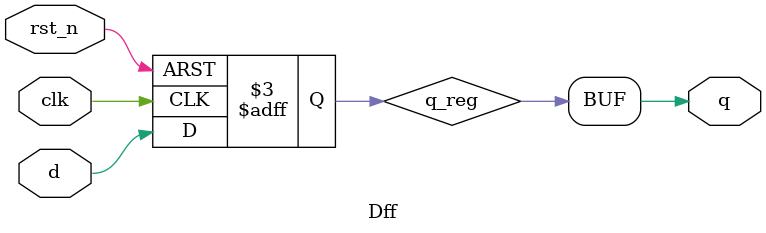
<source format=v>

module Dff #(
  parameter DATA_WIDTH = 1
)(
  input clk,
  input rst_n,

  input [DATA_WIDTH - 1 : 0] d,
  output [DATA_WIDTH - 1 : 0] q
);

  reg [DATA_WIDTH - 1 : 0] q_reg;

  always @(posedge clk or negedge rst_n) begin
    if (~rst_n) 
      q_reg <= {DATA_WIDTH{1'b0}};
    else 
      q_reg <= d;
  end

  assign q = q_reg;

endmodule
</source>
